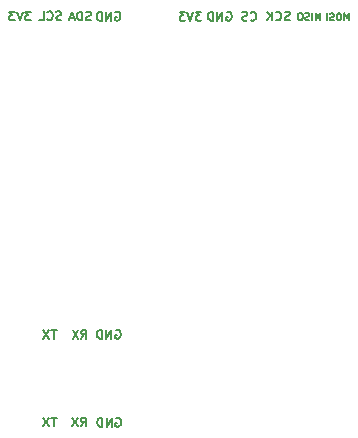
<source format=gbo>
G04 #@! TF.GenerationSoftware,KiCad,Pcbnew,7.0.6*
G04 #@! TF.CreationDate,2023-10-04T20:15:19-05:00*
G04 #@! TF.ProjectId,qvadrans_adapter_board,71766164-7261-46e7-935f-616461707465,rev?*
G04 #@! TF.SameCoordinates,Original*
G04 #@! TF.FileFunction,Legend,Bot*
G04 #@! TF.FilePolarity,Positive*
%FSLAX46Y46*%
G04 Gerber Fmt 4.6, Leading zero omitted, Abs format (unit mm)*
G04 Created by KiCad (PCBNEW 7.0.6) date 2023-10-04 20:15:19*
%MOMM*%
%LPD*%
G01*
G04 APERTURE LIST*
%ADD10C,0.150000*%
%ADD11R,1.700000X1.700000*%
%ADD12O,1.700000X1.700000*%
%ADD13C,3.500000*%
%ADD14R,1.700000X1.950000*%
%ADD15O,1.700000X1.950000*%
%ADD16O,1.000000X1.000000*%
%ADD17R,1.000000X1.000000*%
%ADD18C,3.800000*%
G04 APERTURE END LIST*
D10*
X130996428Y-118361128D02*
X131067857Y-118325414D01*
X131067857Y-118325414D02*
X131174999Y-118325414D01*
X131174999Y-118325414D02*
X131282142Y-118361128D01*
X131282142Y-118361128D02*
X131353571Y-118432557D01*
X131353571Y-118432557D02*
X131389285Y-118503985D01*
X131389285Y-118503985D02*
X131424999Y-118646842D01*
X131424999Y-118646842D02*
X131424999Y-118753985D01*
X131424999Y-118753985D02*
X131389285Y-118896842D01*
X131389285Y-118896842D02*
X131353571Y-118968271D01*
X131353571Y-118968271D02*
X131282142Y-119039700D01*
X131282142Y-119039700D02*
X131174999Y-119075414D01*
X131174999Y-119075414D02*
X131103571Y-119075414D01*
X131103571Y-119075414D02*
X130996428Y-119039700D01*
X130996428Y-119039700D02*
X130960714Y-119003985D01*
X130960714Y-119003985D02*
X130960714Y-118753985D01*
X130960714Y-118753985D02*
X131103571Y-118753985D01*
X130639285Y-119075414D02*
X130639285Y-118325414D01*
X130639285Y-118325414D02*
X130210714Y-119075414D01*
X130210714Y-119075414D02*
X130210714Y-118325414D01*
X129853571Y-119075414D02*
X129853571Y-118325414D01*
X129853571Y-118325414D02*
X129675000Y-118325414D01*
X129675000Y-118325414D02*
X129567857Y-118361128D01*
X129567857Y-118361128D02*
X129496428Y-118432557D01*
X129496428Y-118432557D02*
X129460714Y-118503985D01*
X129460714Y-118503985D02*
X129425000Y-118646842D01*
X129425000Y-118646842D02*
X129425000Y-118753985D01*
X129425000Y-118753985D02*
X129460714Y-118896842D01*
X129460714Y-118896842D02*
X129496428Y-118968271D01*
X129496428Y-118968271D02*
X129567857Y-119039700D01*
X129567857Y-119039700D02*
X129675000Y-119075414D01*
X129675000Y-119075414D02*
X129853571Y-119075414D01*
X126392856Y-92064700D02*
X126285714Y-92100414D01*
X126285714Y-92100414D02*
X126107142Y-92100414D01*
X126107142Y-92100414D02*
X126035714Y-92064700D01*
X126035714Y-92064700D02*
X125999999Y-92028985D01*
X125999999Y-92028985D02*
X125964285Y-91957557D01*
X125964285Y-91957557D02*
X125964285Y-91886128D01*
X125964285Y-91886128D02*
X125999999Y-91814700D01*
X125999999Y-91814700D02*
X126035714Y-91778985D01*
X126035714Y-91778985D02*
X126107142Y-91743271D01*
X126107142Y-91743271D02*
X126249999Y-91707557D01*
X126249999Y-91707557D02*
X126321428Y-91671842D01*
X126321428Y-91671842D02*
X126357142Y-91636128D01*
X126357142Y-91636128D02*
X126392856Y-91564700D01*
X126392856Y-91564700D02*
X126392856Y-91493271D01*
X126392856Y-91493271D02*
X126357142Y-91421842D01*
X126357142Y-91421842D02*
X126321428Y-91386128D01*
X126321428Y-91386128D02*
X126249999Y-91350414D01*
X126249999Y-91350414D02*
X126071428Y-91350414D01*
X126071428Y-91350414D02*
X125964285Y-91386128D01*
X125214285Y-92028985D02*
X125249999Y-92064700D01*
X125249999Y-92064700D02*
X125357142Y-92100414D01*
X125357142Y-92100414D02*
X125428570Y-92100414D01*
X125428570Y-92100414D02*
X125535713Y-92064700D01*
X125535713Y-92064700D02*
X125607142Y-91993271D01*
X125607142Y-91993271D02*
X125642856Y-91921842D01*
X125642856Y-91921842D02*
X125678570Y-91778985D01*
X125678570Y-91778985D02*
X125678570Y-91671842D01*
X125678570Y-91671842D02*
X125642856Y-91528985D01*
X125642856Y-91528985D02*
X125607142Y-91457557D01*
X125607142Y-91457557D02*
X125535713Y-91386128D01*
X125535713Y-91386128D02*
X125428570Y-91350414D01*
X125428570Y-91350414D02*
X125357142Y-91350414D01*
X125357142Y-91350414D02*
X125249999Y-91386128D01*
X125249999Y-91386128D02*
X125214285Y-91421842D01*
X124535713Y-92100414D02*
X124892856Y-92100414D01*
X124892856Y-92100414D02*
X124892856Y-91350414D01*
X150767856Y-92118771D02*
X150767856Y-91518771D01*
X150767856Y-91518771D02*
X150567856Y-91947342D01*
X150567856Y-91947342D02*
X150367856Y-91518771D01*
X150367856Y-91518771D02*
X150367856Y-92118771D01*
X149967857Y-91518771D02*
X149853571Y-91518771D01*
X149853571Y-91518771D02*
X149796428Y-91547342D01*
X149796428Y-91547342D02*
X149739285Y-91604485D01*
X149739285Y-91604485D02*
X149710714Y-91718771D01*
X149710714Y-91718771D02*
X149710714Y-91918771D01*
X149710714Y-91918771D02*
X149739285Y-92033057D01*
X149739285Y-92033057D02*
X149796428Y-92090200D01*
X149796428Y-92090200D02*
X149853571Y-92118771D01*
X149853571Y-92118771D02*
X149967857Y-92118771D01*
X149967857Y-92118771D02*
X150025000Y-92090200D01*
X150025000Y-92090200D02*
X150082142Y-92033057D01*
X150082142Y-92033057D02*
X150110714Y-91918771D01*
X150110714Y-91918771D02*
X150110714Y-91718771D01*
X150110714Y-91718771D02*
X150082142Y-91604485D01*
X150082142Y-91604485D02*
X150025000Y-91547342D01*
X150025000Y-91547342D02*
X149967857Y-91518771D01*
X149482143Y-92090200D02*
X149396429Y-92118771D01*
X149396429Y-92118771D02*
X149253571Y-92118771D01*
X149253571Y-92118771D02*
X149196429Y-92090200D01*
X149196429Y-92090200D02*
X149167857Y-92061628D01*
X149167857Y-92061628D02*
X149139286Y-92004485D01*
X149139286Y-92004485D02*
X149139286Y-91947342D01*
X149139286Y-91947342D02*
X149167857Y-91890200D01*
X149167857Y-91890200D02*
X149196429Y-91861628D01*
X149196429Y-91861628D02*
X149253571Y-91833057D01*
X149253571Y-91833057D02*
X149367857Y-91804485D01*
X149367857Y-91804485D02*
X149425000Y-91775914D01*
X149425000Y-91775914D02*
X149453571Y-91747342D01*
X149453571Y-91747342D02*
X149482143Y-91690200D01*
X149482143Y-91690200D02*
X149482143Y-91633057D01*
X149482143Y-91633057D02*
X149453571Y-91575914D01*
X149453571Y-91575914D02*
X149425000Y-91547342D01*
X149425000Y-91547342D02*
X149367857Y-91518771D01*
X149367857Y-91518771D02*
X149225000Y-91518771D01*
X149225000Y-91518771D02*
X149139286Y-91547342D01*
X148882142Y-92118771D02*
X148882142Y-91518771D01*
X138253571Y-91400414D02*
X137789285Y-91400414D01*
X137789285Y-91400414D02*
X138039285Y-91686128D01*
X138039285Y-91686128D02*
X137932142Y-91686128D01*
X137932142Y-91686128D02*
X137860714Y-91721842D01*
X137860714Y-91721842D02*
X137824999Y-91757557D01*
X137824999Y-91757557D02*
X137789285Y-91828985D01*
X137789285Y-91828985D02*
X137789285Y-92007557D01*
X137789285Y-92007557D02*
X137824999Y-92078985D01*
X137824999Y-92078985D02*
X137860714Y-92114700D01*
X137860714Y-92114700D02*
X137932142Y-92150414D01*
X137932142Y-92150414D02*
X138146428Y-92150414D01*
X138146428Y-92150414D02*
X138217856Y-92114700D01*
X138217856Y-92114700D02*
X138253571Y-92078985D01*
X137574999Y-91400414D02*
X137324999Y-92150414D01*
X137324999Y-92150414D02*
X137074999Y-91400414D01*
X136896428Y-91400414D02*
X136432142Y-91400414D01*
X136432142Y-91400414D02*
X136682142Y-91686128D01*
X136682142Y-91686128D02*
X136574999Y-91686128D01*
X136574999Y-91686128D02*
X136503571Y-91721842D01*
X136503571Y-91721842D02*
X136467856Y-91757557D01*
X136467856Y-91757557D02*
X136432142Y-91828985D01*
X136432142Y-91828985D02*
X136432142Y-92007557D01*
X136432142Y-92007557D02*
X136467856Y-92078985D01*
X136467856Y-92078985D02*
X136503571Y-92114700D01*
X136503571Y-92114700D02*
X136574999Y-92150414D01*
X136574999Y-92150414D02*
X136789285Y-92150414D01*
X136789285Y-92150414D02*
X136860713Y-92114700D01*
X136860713Y-92114700D02*
X136896428Y-92078985D01*
X145739285Y-92089700D02*
X145632143Y-92125414D01*
X145632143Y-92125414D02*
X145453571Y-92125414D01*
X145453571Y-92125414D02*
X145382143Y-92089700D01*
X145382143Y-92089700D02*
X145346428Y-92053985D01*
X145346428Y-92053985D02*
X145310714Y-91982557D01*
X145310714Y-91982557D02*
X145310714Y-91911128D01*
X145310714Y-91911128D02*
X145346428Y-91839700D01*
X145346428Y-91839700D02*
X145382143Y-91803985D01*
X145382143Y-91803985D02*
X145453571Y-91768271D01*
X145453571Y-91768271D02*
X145596428Y-91732557D01*
X145596428Y-91732557D02*
X145667857Y-91696842D01*
X145667857Y-91696842D02*
X145703571Y-91661128D01*
X145703571Y-91661128D02*
X145739285Y-91589700D01*
X145739285Y-91589700D02*
X145739285Y-91518271D01*
X145739285Y-91518271D02*
X145703571Y-91446842D01*
X145703571Y-91446842D02*
X145667857Y-91411128D01*
X145667857Y-91411128D02*
X145596428Y-91375414D01*
X145596428Y-91375414D02*
X145417857Y-91375414D01*
X145417857Y-91375414D02*
X145310714Y-91411128D01*
X144560714Y-92053985D02*
X144596428Y-92089700D01*
X144596428Y-92089700D02*
X144703571Y-92125414D01*
X144703571Y-92125414D02*
X144774999Y-92125414D01*
X144774999Y-92125414D02*
X144882142Y-92089700D01*
X144882142Y-92089700D02*
X144953571Y-92018271D01*
X144953571Y-92018271D02*
X144989285Y-91946842D01*
X144989285Y-91946842D02*
X145024999Y-91803985D01*
X145024999Y-91803985D02*
X145024999Y-91696842D01*
X145024999Y-91696842D02*
X144989285Y-91553985D01*
X144989285Y-91553985D02*
X144953571Y-91482557D01*
X144953571Y-91482557D02*
X144882142Y-91411128D01*
X144882142Y-91411128D02*
X144774999Y-91375414D01*
X144774999Y-91375414D02*
X144703571Y-91375414D01*
X144703571Y-91375414D02*
X144596428Y-91411128D01*
X144596428Y-91411128D02*
X144560714Y-91446842D01*
X144239285Y-92125414D02*
X144239285Y-91375414D01*
X143810714Y-92125414D02*
X144132142Y-91696842D01*
X143810714Y-91375414D02*
X144239285Y-91803985D01*
X123828571Y-91375414D02*
X123364285Y-91375414D01*
X123364285Y-91375414D02*
X123614285Y-91661128D01*
X123614285Y-91661128D02*
X123507142Y-91661128D01*
X123507142Y-91661128D02*
X123435714Y-91696842D01*
X123435714Y-91696842D02*
X123399999Y-91732557D01*
X123399999Y-91732557D02*
X123364285Y-91803985D01*
X123364285Y-91803985D02*
X123364285Y-91982557D01*
X123364285Y-91982557D02*
X123399999Y-92053985D01*
X123399999Y-92053985D02*
X123435714Y-92089700D01*
X123435714Y-92089700D02*
X123507142Y-92125414D01*
X123507142Y-92125414D02*
X123721428Y-92125414D01*
X123721428Y-92125414D02*
X123792856Y-92089700D01*
X123792856Y-92089700D02*
X123828571Y-92053985D01*
X123149999Y-91375414D02*
X122899999Y-92125414D01*
X122899999Y-92125414D02*
X122649999Y-91375414D01*
X122471428Y-91375414D02*
X122007142Y-91375414D01*
X122007142Y-91375414D02*
X122257142Y-91661128D01*
X122257142Y-91661128D02*
X122149999Y-91661128D01*
X122149999Y-91661128D02*
X122078571Y-91696842D01*
X122078571Y-91696842D02*
X122042856Y-91732557D01*
X122042856Y-91732557D02*
X122007142Y-91803985D01*
X122007142Y-91803985D02*
X122007142Y-91982557D01*
X122007142Y-91982557D02*
X122042856Y-92053985D01*
X122042856Y-92053985D02*
X122078571Y-92089700D01*
X122078571Y-92089700D02*
X122149999Y-92125414D01*
X122149999Y-92125414D02*
X122364285Y-92125414D01*
X122364285Y-92125414D02*
X122435713Y-92089700D01*
X122435713Y-92089700D02*
X122471428Y-92053985D01*
X148342856Y-92093771D02*
X148342856Y-91493771D01*
X148342856Y-91493771D02*
X148142856Y-91922342D01*
X148142856Y-91922342D02*
X147942856Y-91493771D01*
X147942856Y-91493771D02*
X147942856Y-92093771D01*
X147657142Y-92093771D02*
X147657142Y-91493771D01*
X147400000Y-92065200D02*
X147314286Y-92093771D01*
X147314286Y-92093771D02*
X147171428Y-92093771D01*
X147171428Y-92093771D02*
X147114286Y-92065200D01*
X147114286Y-92065200D02*
X147085714Y-92036628D01*
X147085714Y-92036628D02*
X147057143Y-91979485D01*
X147057143Y-91979485D02*
X147057143Y-91922342D01*
X147057143Y-91922342D02*
X147085714Y-91865200D01*
X147085714Y-91865200D02*
X147114286Y-91836628D01*
X147114286Y-91836628D02*
X147171428Y-91808057D01*
X147171428Y-91808057D02*
X147285714Y-91779485D01*
X147285714Y-91779485D02*
X147342857Y-91750914D01*
X147342857Y-91750914D02*
X147371428Y-91722342D01*
X147371428Y-91722342D02*
X147400000Y-91665200D01*
X147400000Y-91665200D02*
X147400000Y-91608057D01*
X147400000Y-91608057D02*
X147371428Y-91550914D01*
X147371428Y-91550914D02*
X147342857Y-91522342D01*
X147342857Y-91522342D02*
X147285714Y-91493771D01*
X147285714Y-91493771D02*
X147142857Y-91493771D01*
X147142857Y-91493771D02*
X147057143Y-91522342D01*
X146685714Y-91493771D02*
X146571428Y-91493771D01*
X146571428Y-91493771D02*
X146514285Y-91522342D01*
X146514285Y-91522342D02*
X146457142Y-91579485D01*
X146457142Y-91579485D02*
X146428571Y-91693771D01*
X146428571Y-91693771D02*
X146428571Y-91893771D01*
X146428571Y-91893771D02*
X146457142Y-92008057D01*
X146457142Y-92008057D02*
X146514285Y-92065200D01*
X146514285Y-92065200D02*
X146571428Y-92093771D01*
X146571428Y-92093771D02*
X146685714Y-92093771D01*
X146685714Y-92093771D02*
X146742857Y-92065200D01*
X146742857Y-92065200D02*
X146799999Y-92008057D01*
X146799999Y-92008057D02*
X146828571Y-91893771D01*
X146828571Y-91893771D02*
X146828571Y-91693771D01*
X146828571Y-91693771D02*
X146799999Y-91579485D01*
X146799999Y-91579485D02*
X146742857Y-91522342D01*
X146742857Y-91522342D02*
X146685714Y-91493771D01*
X128910713Y-92089700D02*
X128803571Y-92125414D01*
X128803571Y-92125414D02*
X128624999Y-92125414D01*
X128624999Y-92125414D02*
X128553571Y-92089700D01*
X128553571Y-92089700D02*
X128517856Y-92053985D01*
X128517856Y-92053985D02*
X128482142Y-91982557D01*
X128482142Y-91982557D02*
X128482142Y-91911128D01*
X128482142Y-91911128D02*
X128517856Y-91839700D01*
X128517856Y-91839700D02*
X128553571Y-91803985D01*
X128553571Y-91803985D02*
X128624999Y-91768271D01*
X128624999Y-91768271D02*
X128767856Y-91732557D01*
X128767856Y-91732557D02*
X128839285Y-91696842D01*
X128839285Y-91696842D02*
X128874999Y-91661128D01*
X128874999Y-91661128D02*
X128910713Y-91589700D01*
X128910713Y-91589700D02*
X128910713Y-91518271D01*
X128910713Y-91518271D02*
X128874999Y-91446842D01*
X128874999Y-91446842D02*
X128839285Y-91411128D01*
X128839285Y-91411128D02*
X128767856Y-91375414D01*
X128767856Y-91375414D02*
X128589285Y-91375414D01*
X128589285Y-91375414D02*
X128482142Y-91411128D01*
X128160713Y-92125414D02*
X128160713Y-91375414D01*
X128160713Y-91375414D02*
X127982142Y-91375414D01*
X127982142Y-91375414D02*
X127874999Y-91411128D01*
X127874999Y-91411128D02*
X127803570Y-91482557D01*
X127803570Y-91482557D02*
X127767856Y-91553985D01*
X127767856Y-91553985D02*
X127732142Y-91696842D01*
X127732142Y-91696842D02*
X127732142Y-91803985D01*
X127732142Y-91803985D02*
X127767856Y-91946842D01*
X127767856Y-91946842D02*
X127803570Y-92018271D01*
X127803570Y-92018271D02*
X127874999Y-92089700D01*
X127874999Y-92089700D02*
X127982142Y-92125414D01*
X127982142Y-92125414D02*
X128160713Y-92125414D01*
X127446427Y-91911128D02*
X127089285Y-91911128D01*
X127517856Y-92125414D02*
X127267856Y-91375414D01*
X127267856Y-91375414D02*
X127017856Y-92125414D01*
X142425000Y-92078985D02*
X142460714Y-92114700D01*
X142460714Y-92114700D02*
X142567857Y-92150414D01*
X142567857Y-92150414D02*
X142639285Y-92150414D01*
X142639285Y-92150414D02*
X142746428Y-92114700D01*
X142746428Y-92114700D02*
X142817857Y-92043271D01*
X142817857Y-92043271D02*
X142853571Y-91971842D01*
X142853571Y-91971842D02*
X142889285Y-91828985D01*
X142889285Y-91828985D02*
X142889285Y-91721842D01*
X142889285Y-91721842D02*
X142853571Y-91578985D01*
X142853571Y-91578985D02*
X142817857Y-91507557D01*
X142817857Y-91507557D02*
X142746428Y-91436128D01*
X142746428Y-91436128D02*
X142639285Y-91400414D01*
X142639285Y-91400414D02*
X142567857Y-91400414D01*
X142567857Y-91400414D02*
X142460714Y-91436128D01*
X142460714Y-91436128D02*
X142425000Y-91471842D01*
X142139285Y-92114700D02*
X142032143Y-92150414D01*
X142032143Y-92150414D02*
X141853571Y-92150414D01*
X141853571Y-92150414D02*
X141782143Y-92114700D01*
X141782143Y-92114700D02*
X141746428Y-92078985D01*
X141746428Y-92078985D02*
X141710714Y-92007557D01*
X141710714Y-92007557D02*
X141710714Y-91936128D01*
X141710714Y-91936128D02*
X141746428Y-91864700D01*
X141746428Y-91864700D02*
X141782143Y-91828985D01*
X141782143Y-91828985D02*
X141853571Y-91793271D01*
X141853571Y-91793271D02*
X141996428Y-91757557D01*
X141996428Y-91757557D02*
X142067857Y-91721842D01*
X142067857Y-91721842D02*
X142103571Y-91686128D01*
X142103571Y-91686128D02*
X142139285Y-91614700D01*
X142139285Y-91614700D02*
X142139285Y-91543271D01*
X142139285Y-91543271D02*
X142103571Y-91471842D01*
X142103571Y-91471842D02*
X142067857Y-91436128D01*
X142067857Y-91436128D02*
X141996428Y-91400414D01*
X141996428Y-91400414D02*
X141817857Y-91400414D01*
X141817857Y-91400414D02*
X141710714Y-91436128D01*
X140396428Y-91436128D02*
X140467857Y-91400414D01*
X140467857Y-91400414D02*
X140574999Y-91400414D01*
X140574999Y-91400414D02*
X140682142Y-91436128D01*
X140682142Y-91436128D02*
X140753571Y-91507557D01*
X140753571Y-91507557D02*
X140789285Y-91578985D01*
X140789285Y-91578985D02*
X140824999Y-91721842D01*
X140824999Y-91721842D02*
X140824999Y-91828985D01*
X140824999Y-91828985D02*
X140789285Y-91971842D01*
X140789285Y-91971842D02*
X140753571Y-92043271D01*
X140753571Y-92043271D02*
X140682142Y-92114700D01*
X140682142Y-92114700D02*
X140574999Y-92150414D01*
X140574999Y-92150414D02*
X140503571Y-92150414D01*
X140503571Y-92150414D02*
X140396428Y-92114700D01*
X140396428Y-92114700D02*
X140360714Y-92078985D01*
X140360714Y-92078985D02*
X140360714Y-91828985D01*
X140360714Y-91828985D02*
X140503571Y-91828985D01*
X140039285Y-92150414D02*
X140039285Y-91400414D01*
X140039285Y-91400414D02*
X139610714Y-92150414D01*
X139610714Y-92150414D02*
X139610714Y-91400414D01*
X139253571Y-92150414D02*
X139253571Y-91400414D01*
X139253571Y-91400414D02*
X139075000Y-91400414D01*
X139075000Y-91400414D02*
X138967857Y-91436128D01*
X138967857Y-91436128D02*
X138896428Y-91507557D01*
X138896428Y-91507557D02*
X138860714Y-91578985D01*
X138860714Y-91578985D02*
X138825000Y-91721842D01*
X138825000Y-91721842D02*
X138825000Y-91828985D01*
X138825000Y-91828985D02*
X138860714Y-91971842D01*
X138860714Y-91971842D02*
X138896428Y-92043271D01*
X138896428Y-92043271D02*
X138967857Y-92114700D01*
X138967857Y-92114700D02*
X139075000Y-92150414D01*
X139075000Y-92150414D02*
X139253571Y-92150414D01*
X125996428Y-118325414D02*
X125567857Y-118325414D01*
X125782142Y-119075414D02*
X125782142Y-118325414D01*
X125389285Y-118325414D02*
X124889285Y-119075414D01*
X124889285Y-118325414D02*
X125389285Y-119075414D01*
X128050000Y-126500414D02*
X128300000Y-126143271D01*
X128478571Y-126500414D02*
X128478571Y-125750414D01*
X128478571Y-125750414D02*
X128192857Y-125750414D01*
X128192857Y-125750414D02*
X128121428Y-125786128D01*
X128121428Y-125786128D02*
X128085714Y-125821842D01*
X128085714Y-125821842D02*
X128050000Y-125893271D01*
X128050000Y-125893271D02*
X128050000Y-126000414D01*
X128050000Y-126000414D02*
X128085714Y-126071842D01*
X128085714Y-126071842D02*
X128121428Y-126107557D01*
X128121428Y-126107557D02*
X128192857Y-126143271D01*
X128192857Y-126143271D02*
X128478571Y-126143271D01*
X127800000Y-125750414D02*
X127300000Y-126500414D01*
X127300000Y-125750414D02*
X127800000Y-126500414D01*
X130971428Y-91436128D02*
X131042857Y-91400414D01*
X131042857Y-91400414D02*
X131149999Y-91400414D01*
X131149999Y-91400414D02*
X131257142Y-91436128D01*
X131257142Y-91436128D02*
X131328571Y-91507557D01*
X131328571Y-91507557D02*
X131364285Y-91578985D01*
X131364285Y-91578985D02*
X131399999Y-91721842D01*
X131399999Y-91721842D02*
X131399999Y-91828985D01*
X131399999Y-91828985D02*
X131364285Y-91971842D01*
X131364285Y-91971842D02*
X131328571Y-92043271D01*
X131328571Y-92043271D02*
X131257142Y-92114700D01*
X131257142Y-92114700D02*
X131149999Y-92150414D01*
X131149999Y-92150414D02*
X131078571Y-92150414D01*
X131078571Y-92150414D02*
X130971428Y-92114700D01*
X130971428Y-92114700D02*
X130935714Y-92078985D01*
X130935714Y-92078985D02*
X130935714Y-91828985D01*
X130935714Y-91828985D02*
X131078571Y-91828985D01*
X130614285Y-92150414D02*
X130614285Y-91400414D01*
X130614285Y-91400414D02*
X130185714Y-92150414D01*
X130185714Y-92150414D02*
X130185714Y-91400414D01*
X129828571Y-92150414D02*
X129828571Y-91400414D01*
X129828571Y-91400414D02*
X129650000Y-91400414D01*
X129650000Y-91400414D02*
X129542857Y-91436128D01*
X129542857Y-91436128D02*
X129471428Y-91507557D01*
X129471428Y-91507557D02*
X129435714Y-91578985D01*
X129435714Y-91578985D02*
X129400000Y-91721842D01*
X129400000Y-91721842D02*
X129400000Y-91828985D01*
X129400000Y-91828985D02*
X129435714Y-91971842D01*
X129435714Y-91971842D02*
X129471428Y-92043271D01*
X129471428Y-92043271D02*
X129542857Y-92114700D01*
X129542857Y-92114700D02*
X129650000Y-92150414D01*
X129650000Y-92150414D02*
X129828571Y-92150414D01*
X125996428Y-125750414D02*
X125567857Y-125750414D01*
X125782142Y-126500414D02*
X125782142Y-125750414D01*
X125389285Y-125750414D02*
X124889285Y-126500414D01*
X124889285Y-125750414D02*
X125389285Y-126500414D01*
X128100000Y-119075414D02*
X128350000Y-118718271D01*
X128528571Y-119075414D02*
X128528571Y-118325414D01*
X128528571Y-118325414D02*
X128242857Y-118325414D01*
X128242857Y-118325414D02*
X128171428Y-118361128D01*
X128171428Y-118361128D02*
X128135714Y-118396842D01*
X128135714Y-118396842D02*
X128100000Y-118468271D01*
X128100000Y-118468271D02*
X128100000Y-118575414D01*
X128100000Y-118575414D02*
X128135714Y-118646842D01*
X128135714Y-118646842D02*
X128171428Y-118682557D01*
X128171428Y-118682557D02*
X128242857Y-118718271D01*
X128242857Y-118718271D02*
X128528571Y-118718271D01*
X127850000Y-118325414D02*
X127350000Y-119075414D01*
X127350000Y-118325414D02*
X127850000Y-119075414D01*
X131021428Y-125811128D02*
X131092857Y-125775414D01*
X131092857Y-125775414D02*
X131199999Y-125775414D01*
X131199999Y-125775414D02*
X131307142Y-125811128D01*
X131307142Y-125811128D02*
X131378571Y-125882557D01*
X131378571Y-125882557D02*
X131414285Y-125953985D01*
X131414285Y-125953985D02*
X131449999Y-126096842D01*
X131449999Y-126096842D02*
X131449999Y-126203985D01*
X131449999Y-126203985D02*
X131414285Y-126346842D01*
X131414285Y-126346842D02*
X131378571Y-126418271D01*
X131378571Y-126418271D02*
X131307142Y-126489700D01*
X131307142Y-126489700D02*
X131199999Y-126525414D01*
X131199999Y-126525414D02*
X131128571Y-126525414D01*
X131128571Y-126525414D02*
X131021428Y-126489700D01*
X131021428Y-126489700D02*
X130985714Y-126453985D01*
X130985714Y-126453985D02*
X130985714Y-126203985D01*
X130985714Y-126203985D02*
X131128571Y-126203985D01*
X130664285Y-126525414D02*
X130664285Y-125775414D01*
X130664285Y-125775414D02*
X130235714Y-126525414D01*
X130235714Y-126525414D02*
X130235714Y-125775414D01*
X129878571Y-126525414D02*
X129878571Y-125775414D01*
X129878571Y-125775414D02*
X129700000Y-125775414D01*
X129700000Y-125775414D02*
X129592857Y-125811128D01*
X129592857Y-125811128D02*
X129521428Y-125882557D01*
X129521428Y-125882557D02*
X129485714Y-125953985D01*
X129485714Y-125953985D02*
X129450000Y-126096842D01*
X129450000Y-126096842D02*
X129450000Y-126203985D01*
X129450000Y-126203985D02*
X129485714Y-126346842D01*
X129485714Y-126346842D02*
X129521428Y-126418271D01*
X129521428Y-126418271D02*
X129592857Y-126489700D01*
X129592857Y-126489700D02*
X129700000Y-126525414D01*
X129700000Y-126525414D02*
X129878571Y-126525414D01*
%LPC*%
D11*
X150950000Y-113600000D03*
D12*
X148410000Y-113600000D03*
X145870000Y-113600000D03*
X143330000Y-113600000D03*
X140790000Y-113600000D03*
D13*
X150975000Y-128850000D03*
D14*
X130390000Y-89998000D03*
D15*
X127890000Y-89998000D03*
X125390000Y-89998000D03*
X122890000Y-89998000D03*
D11*
X124750000Y-94940000D03*
D12*
X124750000Y-97480000D03*
X124750000Y-100020000D03*
X124750000Y-102560000D03*
X124750000Y-105100000D03*
X124750000Y-107640000D03*
D14*
X149790000Y-89898000D03*
D15*
X147290000Y-89898000D03*
X144790000Y-89898000D03*
X142290000Y-89898000D03*
X139790000Y-89898000D03*
X137290000Y-89898000D03*
D11*
X150275000Y-102730000D03*
D12*
X150275000Y-100190000D03*
X150275000Y-97650000D03*
D11*
X129150000Y-96700000D03*
D12*
X129150000Y-99240000D03*
D13*
X150970000Y-82838000D03*
D14*
X130400000Y-117075000D03*
D15*
X127900000Y-117075000D03*
X125400000Y-117075000D03*
D16*
X135705000Y-125440000D03*
X135705000Y-116550000D03*
X135705000Y-117820000D03*
X135705000Y-124170000D03*
X135705000Y-115280000D03*
D17*
X135705000Y-126710000D03*
X124250000Y-129408000D03*
D16*
X125520000Y-129408000D03*
X126790000Y-129408000D03*
X128060000Y-129408000D03*
X129330000Y-129408000D03*
X130600000Y-129408000D03*
D17*
X120150000Y-106958000D03*
D16*
X120150000Y-108228000D03*
X120150000Y-109498000D03*
X120150000Y-110768000D03*
X120150000Y-112038000D03*
X133140000Y-129408000D03*
X134410000Y-129408000D03*
X135680000Y-129408000D03*
X120150000Y-115848000D03*
X120150000Y-117118000D03*
X120150000Y-118388000D03*
X120150000Y-119658000D03*
X120150000Y-120928000D03*
X120150000Y-122198000D03*
X135705000Y-122900000D03*
X135705000Y-121630000D03*
X135705000Y-120360000D03*
X131870000Y-129408000D03*
X135705000Y-119090000D03*
X120150000Y-113308000D03*
X120150000Y-114578000D03*
X120150000Y-123468000D03*
X120150000Y-124738000D03*
X120150000Y-126008000D03*
D14*
X130425000Y-124450000D03*
D15*
X127925000Y-124450000D03*
X125425000Y-124450000D03*
D13*
X120975000Y-82850000D03*
D18*
X120975000Y-128850000D03*
%LPD*%
M02*

</source>
